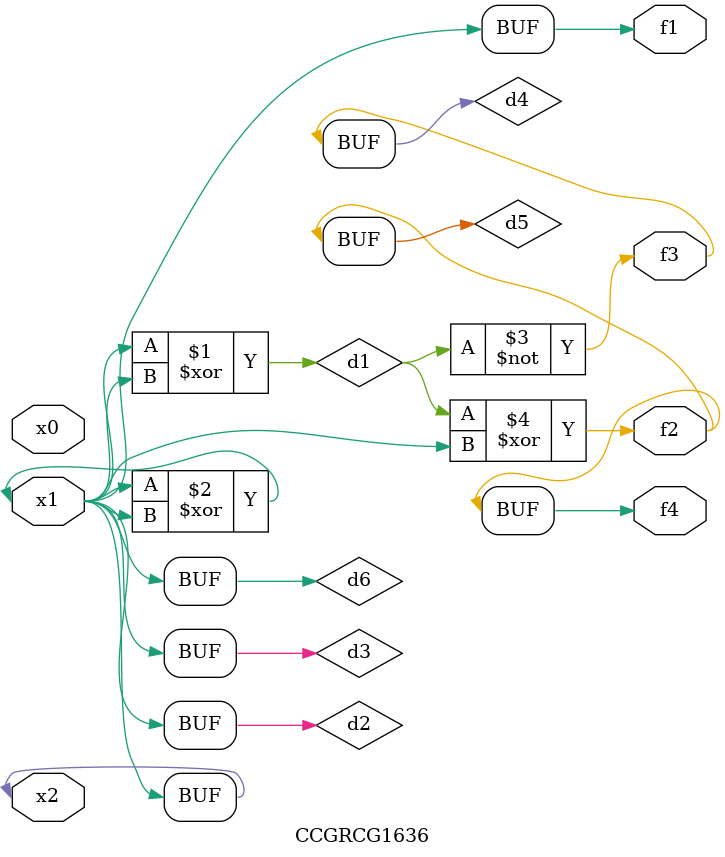
<source format=v>
module CCGRCG1636(
	input x0, x1, x2,
	output f1, f2, f3, f4
);

	wire d1, d2, d3, d4, d5, d6;

	xor (d1, x1, x2);
	buf (d2, x1, x2);
	xor (d3, x1, x2);
	nor (d4, d1);
	xor (d5, d1, d2);
	buf (d6, d2, d3);
	assign f1 = d6;
	assign f2 = d5;
	assign f3 = d4;
	assign f4 = d5;
endmodule

</source>
